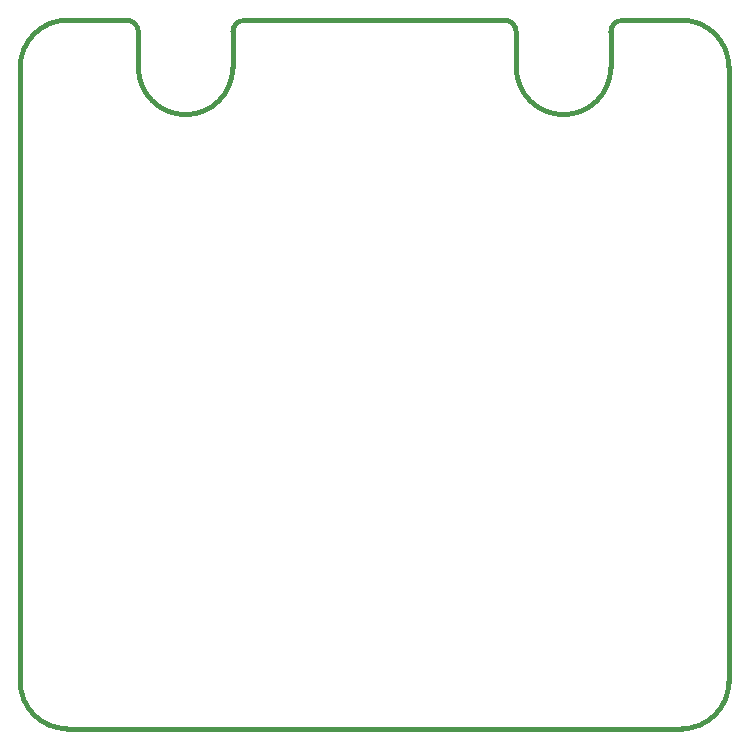
<source format=gbr>
%TF.GenerationSoftware,Altium Limited,Altium Designer,22.7.1 (60)*%
G04 Layer_Color=32768*
%FSLAX43Y43*%
%MOMM*%
%TF.SameCoordinates,DFFB733E-25EA-4B03-B04C-AB34F345C761*%
%TF.FilePolarity,Positive*%
%TF.FileFunction,Other,Board_Outline_(ES)*%
%TF.Part,Single*%
G01*
G75*
%TA.AperFunction,NonConductor*%
%ADD36C,0.400*%
D36*
X10000Y59000D02*
G03*
X9000Y60000I-1000J0D01*
G01*
X0Y4000D02*
G03*
X4000Y0I4000J0D01*
G01*
Y60000D02*
G03*
X0Y56000I0J-4000D01*
G01*
X10000D02*
G03*
X14000Y52000I4000J0D01*
G01*
D02*
G03*
X18000Y56000I0J4000D01*
G01*
X19000Y60000D02*
G03*
X18000Y59000I0J-1000D01*
G01*
X42000D02*
G03*
X41000Y60000I-1000J0D01*
G01*
X42000Y56000D02*
G03*
X46000Y52000I4000J0D01*
G01*
D02*
G03*
X50000Y56000I0J4000D01*
G01*
X51000Y60000D02*
G03*
X50000Y59000I0J-1000D01*
G01*
X60000Y56000D02*
G03*
X56000Y60000I-4000J0D01*
G01*
Y0D02*
G03*
X60000Y4000I0J4000D01*
G01*
X10000Y55969D02*
Y58969D01*
X4000Y60000D02*
X9000D01*
X0Y4000D02*
Y56000D01*
X18000D02*
Y59000D01*
X19000Y60000D02*
X41000D01*
X42000Y56000D02*
Y59000D01*
X50000Y56000D02*
Y59000D01*
X51000Y60000D02*
X56000D01*
X60000Y4000D02*
Y56000D01*
X4000Y0D02*
X56000D01*
%TF.MD5,3a13d85fca3758ab86691dd036241546*%
M02*

</source>
